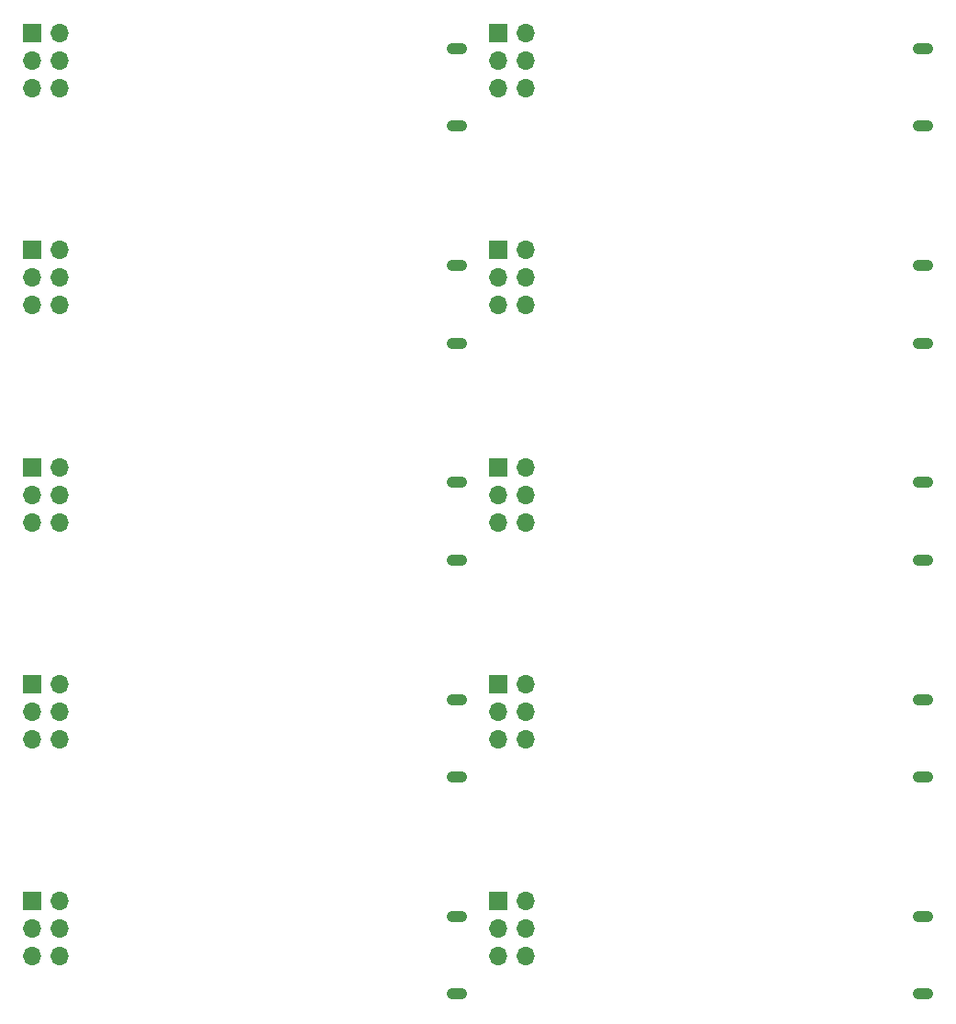
<source format=gbr>
%TF.GenerationSoftware,KiCad,Pcbnew,(5.1.9)-1*%
%TF.CreationDate,2021-05-03T13:14:33+02:00*%
%TF.ProjectId,IM350_AM550_5V_V2.0_Multi,494d3335-305f-4414-9d35-35305f35565f,rev?*%
%TF.SameCoordinates,Original*%
%TF.FileFunction,Soldermask,Bot*%
%TF.FilePolarity,Negative*%
%FSLAX46Y46*%
G04 Gerber Fmt 4.6, Leading zero omitted, Abs format (unit mm)*
G04 Created by KiCad (PCBNEW (5.1.9)-1) date 2021-05-03 13:14:33*
%MOMM*%
%LPD*%
G01*
G04 APERTURE LIST*
%ADD10R,1.700000X1.700000*%
%ADD11O,1.700000X1.700000*%
%ADD12O,1.900000X1.050000*%
G04 APERTURE END LIST*
D10*
%TO.C,J7*%
X73000000Y-109000000D03*
D11*
X75540000Y-109000000D03*
X73000000Y-111540000D03*
X75540000Y-111540000D03*
X73000000Y-114080000D03*
X75540000Y-114080000D03*
%TD*%
D12*
%TO.C,J5*%
X112200000Y-117575000D03*
X112200000Y-110425000D03*
%TD*%
%TO.C,J5*%
X69200000Y-110425000D03*
X69200000Y-117575000D03*
%TD*%
D11*
%TO.C,J7*%
X32540000Y-114080000D03*
X30000000Y-114080000D03*
X32540000Y-111540000D03*
X30000000Y-111540000D03*
X32540000Y-109000000D03*
D10*
X30000000Y-109000000D03*
%TD*%
D12*
%TO.C,J5*%
X69200000Y-97575000D03*
X69200000Y-90425000D03*
%TD*%
D11*
%TO.C,J7*%
X75540000Y-94080000D03*
X73000000Y-94080000D03*
X75540000Y-91540000D03*
X73000000Y-91540000D03*
X75540000Y-89000000D03*
D10*
X73000000Y-89000000D03*
%TD*%
D12*
%TO.C,J5*%
X112200000Y-90425000D03*
X112200000Y-97575000D03*
%TD*%
D10*
%TO.C,J7*%
X30000000Y-89000000D03*
D11*
X32540000Y-89000000D03*
X30000000Y-91540000D03*
X32540000Y-91540000D03*
X30000000Y-94080000D03*
X32540000Y-94080000D03*
%TD*%
D12*
%TO.C,J5*%
X69200000Y-70425000D03*
X69200000Y-77575000D03*
%TD*%
D11*
%TO.C,J7*%
X32540000Y-74080000D03*
X30000000Y-74080000D03*
X32540000Y-71540000D03*
X30000000Y-71540000D03*
X32540000Y-69000000D03*
D10*
X30000000Y-69000000D03*
%TD*%
D12*
%TO.C,J5*%
X112200000Y-77575000D03*
X112200000Y-70425000D03*
%TD*%
D10*
%TO.C,J7*%
X73000000Y-69000000D03*
D11*
X75540000Y-69000000D03*
X73000000Y-71540000D03*
X75540000Y-71540000D03*
X73000000Y-74080000D03*
X75540000Y-74080000D03*
%TD*%
D12*
%TO.C,J5*%
X69200000Y-57575000D03*
X69200000Y-50425000D03*
%TD*%
D10*
%TO.C,J7*%
X30000000Y-49000000D03*
D11*
X32540000Y-49000000D03*
X30000000Y-51540000D03*
X32540000Y-51540000D03*
X30000000Y-54080000D03*
X32540000Y-54080000D03*
%TD*%
%TO.C,J7*%
X75540000Y-54080000D03*
X73000000Y-54080000D03*
X75540000Y-51540000D03*
X73000000Y-51540000D03*
X75540000Y-49000000D03*
D10*
X73000000Y-49000000D03*
%TD*%
D12*
%TO.C,J5*%
X112200000Y-50425000D03*
X112200000Y-57575000D03*
%TD*%
%TO.C,J5*%
X112200000Y-37575000D03*
X112200000Y-30425000D03*
%TD*%
D10*
%TO.C,J7*%
X73000000Y-29000000D03*
D11*
X75540000Y-29000000D03*
X73000000Y-31540000D03*
X75540000Y-31540000D03*
X73000000Y-34080000D03*
X75540000Y-34080000D03*
%TD*%
%TO.C,J7*%
X32540000Y-34080000D03*
X30000000Y-34080000D03*
X32540000Y-31540000D03*
X30000000Y-31540000D03*
X32540000Y-29000000D03*
D10*
X30000000Y-29000000D03*
%TD*%
D12*
%TO.C,J5*%
X69200000Y-30425000D03*
X69200000Y-37575000D03*
%TD*%
M02*

</source>
